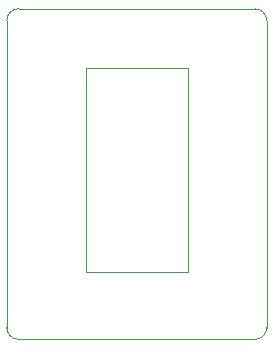
<source format=gbr>
%TF.GenerationSoftware,KiCad,Pcbnew,(5.1.6)-1*%
%TF.CreationDate,2020-09-30T00:52:58+08:00*%
%TF.ProjectId,Ogen,4f67656e-2e6b-4696-9361-645f70636258,rev?*%
%TF.SameCoordinates,Original*%
%TF.FileFunction,Profile,NP*%
%FSLAX46Y46*%
G04 Gerber Fmt 4.6, Leading zero omitted, Abs format (unit mm)*
G04 Created by KiCad (PCBNEW (5.1.6)-1) date 2020-09-30 00:52:58*
%MOMM*%
%LPD*%
G01*
G04 APERTURE LIST*
%TA.AperFunction,Profile*%
%ADD10C,0.050000*%
%TD*%
G04 APERTURE END LIST*
D10*
X25000000Y-39000000D02*
G75*
G02*
X24000000Y-38000000I0J1000000D01*
G01*
X24000000Y-12000000D02*
G75*
G02*
X25000000Y-11000000I1000000J0D01*
G01*
X45000000Y-11000000D02*
G75*
G02*
X46000000Y-12000000I0J-1000000D01*
G01*
X46000000Y-38000000D02*
G75*
G02*
X45000000Y-39000000I-1000000J0D01*
G01*
X46000000Y-38000000D02*
X46000000Y-12000000D01*
X45000000Y-11000000D02*
X25000000Y-11000000D01*
X24000000Y-12000000D02*
X24000000Y-38000000D01*
X25000000Y-39000000D02*
X45000000Y-39000000D01*
%TO.C,U2*%
X39300000Y-15990000D02*
X30700000Y-15990000D01*
X39300000Y-33250000D02*
X30700000Y-33250000D01*
X30700000Y-15990000D02*
X30700000Y-33250000D01*
X39300000Y-15990000D02*
X39300000Y-33250000D01*
%TD*%
M02*

</source>
